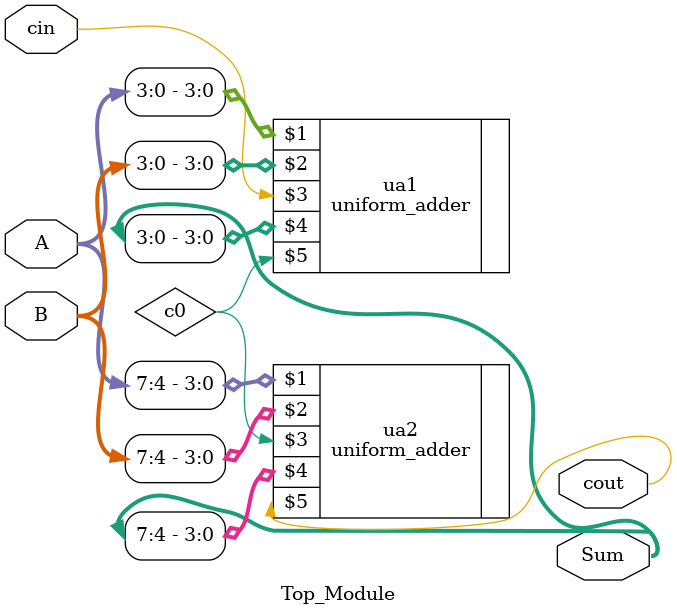
<source format=v>
`timescale 1ns / 1ps


module Top_Module(
input [7:0] A,
input [7:0] B,
input cin,  //select of sum with or without carry
output [7:0] Sum,
output cout
    );
    
wire c0;
//wire c1;

uniform_adder ua1( A[3:0],B[3:0],cin, Sum[3:0],c0);
uniform_adder ua2( A[7:4],B[7:4],c0, Sum[7:4],cout);
//uniform_adder ua3( A[11:8],B[11:8],c1, Sum[11:8],cout);



endmodule

</source>
